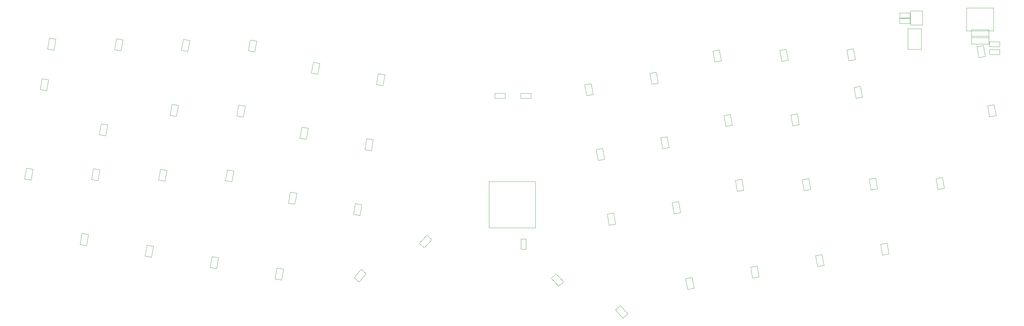
<source format=gbr>
G04 #@! TF.GenerationSoftware,KiCad,Pcbnew,(6.0.0-rc1-dev-1469-g932b9a334)*
G04 #@! TF.CreationDate,2019-10-20T15:35:18-07:00
G04 #@! TF.ProjectId,Laptreus-v2,4c617074-7265-4757-932d-76322e6b6963,rev?*
G04 #@! TF.SameCoordinates,Original*
G04 #@! TF.FileFunction,Other,User*
%FSLAX46Y46*%
G04 Gerber Fmt 4.6, Leading zero omitted, Abs format (unit mm)*
G04 Created by KiCad (PCBNEW (6.0.0-rc1-dev-1469-g932b9a334)) date Sunday, October 20, 2019 at 03:35:18 PM*
%MOMM*%
%LPD*%
G04 APERTURE LIST*
%ADD10C,0.050000*%
G04 APERTURE END LIST*
D10*
G04 #@! TO.C,J3*
X370524170Y-81945103D02*
X370524170Y-79645103D01*
X365524170Y-81945103D02*
X370524170Y-81945103D01*
X365524170Y-79645103D02*
X365524170Y-81945103D01*
X370524170Y-79645103D02*
X365524170Y-79645103D01*
G04 #@! TO.C,J4*
X370524170Y-80070103D02*
X370524170Y-77770103D01*
X365524170Y-80070103D02*
X370524170Y-80070103D01*
X365524170Y-77770103D02*
X365524170Y-80070103D01*
X370524170Y-77770103D02*
X365524170Y-77770103D01*
G04 #@! TO.C,IC1*
X239699646Y-121598532D02*
X226299646Y-121598532D01*
X239699646Y-134998532D02*
X226299646Y-134998532D01*
X239699646Y-121598532D02*
X239699646Y-134998532D01*
X226299646Y-121598532D02*
X226299646Y-134998532D01*
G04 #@! TO.C,F1*
X347174170Y-77520103D02*
X351074170Y-77520103D01*
X351074170Y-77520103D02*
X351074170Y-83420103D01*
X351074170Y-83420103D02*
X347174170Y-83420103D01*
X347174170Y-83420103D02*
X347174170Y-77520103D01*
G04 #@! TO.C,R13*
X230904170Y-97625103D02*
X227944170Y-97625103D01*
X230904170Y-96165103D02*
X230904170Y-97625103D01*
X227944170Y-96165103D02*
X230904170Y-96165103D01*
X227944170Y-97625103D02*
X227944170Y-96165103D01*
G04 #@! TO.C,R12*
X370694170Y-83490103D02*
X373654170Y-83490103D01*
X370694170Y-84950103D02*
X370694170Y-83490103D01*
X373654170Y-84950103D02*
X370694170Y-84950103D01*
X373654170Y-83490103D02*
X373654170Y-84950103D01*
G04 #@! TO.C,R11*
X373654170Y-82700103D02*
X370694170Y-82700103D01*
X373654170Y-81240103D02*
X373654170Y-82700103D01*
X370694170Y-81240103D02*
X373654170Y-81240103D01*
X370694170Y-82700103D02*
X370694170Y-81240103D01*
G04 #@! TO.C,R10*
X236979170Y-138240103D02*
X236979170Y-141200103D01*
X235519170Y-138240103D02*
X236979170Y-138240103D01*
X235519170Y-141200103D02*
X235519170Y-138240103D01*
X236979170Y-141200103D02*
X235519170Y-141200103D01*
G04 #@! TO.C,R9*
X344819170Y-74515103D02*
X347779170Y-74515103D01*
X344819170Y-75975103D02*
X344819170Y-74515103D01*
X347779170Y-75975103D02*
X344819170Y-75975103D01*
X347779170Y-74515103D02*
X347779170Y-75975103D01*
G04 #@! TO.C,R8*
X347779170Y-74375103D02*
X344819170Y-74375103D01*
X347779170Y-72915103D02*
X347779170Y-74375103D01*
X344819170Y-72915103D02*
X347779170Y-72915103D01*
X344819170Y-74375103D02*
X344819170Y-72915103D01*
G04 #@! TO.C,R1*
X238379660Y-97624781D02*
X235419660Y-97624781D01*
X238379660Y-96164781D02*
X238379660Y-97624781D01*
X235419660Y-96164781D02*
X238379660Y-96164781D01*
X235419660Y-97624781D02*
X235419660Y-96164781D01*
G04 #@! TO.C,D1*
X368965294Y-82341489D02*
X367094161Y-82671420D01*
X367094161Y-82671420D02*
X367649834Y-85822805D01*
X369520967Y-85492874D02*
X367649834Y-85822805D01*
X368965294Y-82341489D02*
X369520967Y-85492874D01*
G04 #@! TO.C,D48*
X110663065Y-136984054D02*
X108791932Y-136654123D01*
X108791932Y-136654123D02*
X108236257Y-139805508D01*
X110107390Y-140135439D02*
X108236257Y-139805508D01*
X110663065Y-136984054D02*
X110107390Y-140135439D01*
G04 #@! TO.C,D47*
X129413064Y-140309054D02*
X127541931Y-139979123D01*
X127541931Y-139979123D02*
X126986256Y-143130508D01*
X128857389Y-143460439D02*
X126986256Y-143130508D01*
X129413064Y-140309054D02*
X128857389Y-143460439D01*
G04 #@! TO.C,D46*
X148188065Y-143609054D02*
X146316932Y-143279123D01*
X146316932Y-143279123D02*
X145761257Y-146430508D01*
X147632390Y-146760439D02*
X145761257Y-146430508D01*
X148188065Y-143609054D02*
X147632390Y-146760439D01*
G04 #@! TO.C,D45*
X166938064Y-146909054D02*
X165066931Y-146579123D01*
X165066931Y-146579123D02*
X164511256Y-149730508D01*
X166382389Y-150060439D02*
X164511256Y-149730508D01*
X166938064Y-146909054D02*
X166382389Y-150060439D01*
G04 #@! TO.C,D44*
X190805372Y-148205080D02*
X189349889Y-146983784D01*
X189349889Y-146983784D02*
X187292968Y-149435126D01*
X188748451Y-150656422D02*
X187292968Y-149435126D01*
X190805372Y-148205080D02*
X188748451Y-150656422D01*
G04 #@! TO.C,D43*
X209731017Y-138431948D02*
X208330191Y-137148327D01*
X208330191Y-137148327D02*
X206168301Y-139507614D01*
X207569127Y-140791235D02*
X206168301Y-139507614D01*
X209731017Y-138431948D02*
X207569127Y-140791235D01*
G04 #@! TO.C,D42*
X245593639Y-148248649D02*
X244192813Y-149532269D01*
X244192813Y-149532269D02*
X246354701Y-151891557D01*
X247755527Y-150607937D02*
X246354701Y-151891557D01*
X245593639Y-148248649D02*
X247755527Y-150607937D01*
G04 #@! TO.C,D41*
X264248452Y-157433784D02*
X262792968Y-158655079D01*
X262792968Y-158655079D02*
X264849888Y-161106422D01*
X266305372Y-159885127D02*
X264849888Y-161106422D01*
X264248452Y-157433784D02*
X266305372Y-159885127D01*
G04 #@! TO.C,D40*
X284882391Y-149304123D02*
X283011258Y-149634054D01*
X283011258Y-149634054D02*
X283566931Y-152785439D01*
X285438064Y-152455508D02*
X283566931Y-152785439D01*
X284882391Y-149304123D02*
X285438064Y-152455508D01*
G04 #@! TO.C,D39*
X303632390Y-146004123D02*
X301761257Y-146334054D01*
X301761257Y-146334054D02*
X302316930Y-149485439D01*
X304188063Y-149155508D02*
X302316930Y-149485439D01*
X303632390Y-146004123D02*
X304188063Y-149155508D01*
G04 #@! TO.C,D38*
X322414283Y-142700393D02*
X320543150Y-143030324D01*
X320543150Y-143030324D02*
X321098823Y-146181709D01*
X322969956Y-145851778D02*
X321098823Y-146181709D01*
X322414283Y-142700393D02*
X322969956Y-145851778D01*
G04 #@! TO.C,D37*
X341157390Y-139404123D02*
X339286257Y-139734054D01*
X339286257Y-139734054D02*
X339841930Y-142885439D01*
X341713063Y-142555508D02*
X339841930Y-142885439D01*
X341157390Y-139404123D02*
X341713063Y-142555508D01*
G04 #@! TO.C,D36*
X94631511Y-118053492D02*
X92760378Y-117723561D01*
X92760378Y-117723561D02*
X92204703Y-120874946D01*
X94075836Y-121204877D02*
X92204703Y-120874946D01*
X94631511Y-118053492D02*
X94075836Y-121204877D01*
G04 #@! TO.C,D35*
X113963063Y-118234054D02*
X112091930Y-117904123D01*
X112091930Y-117904123D02*
X111536255Y-121055508D01*
X113407388Y-121385439D02*
X111536255Y-121055508D01*
X113963063Y-118234054D02*
X113407388Y-121385439D01*
G04 #@! TO.C,D34*
X133288064Y-118409054D02*
X131416931Y-118079123D01*
X131416931Y-118079123D02*
X130861256Y-121230508D01*
X132732389Y-121560439D02*
X130861256Y-121230508D01*
X133288064Y-118409054D02*
X132732389Y-121560439D01*
G04 #@! TO.C,D33*
X152588064Y-118584054D02*
X150716931Y-118254123D01*
X150716931Y-118254123D02*
X150161256Y-121405508D01*
X152032389Y-121735439D02*
X150161256Y-121405508D01*
X152588064Y-118584054D02*
X152032389Y-121735439D01*
G04 #@! TO.C,D32*
X170788063Y-125034055D02*
X168916930Y-124704124D01*
X168916930Y-124704124D02*
X168361255Y-127855509D01*
X170232388Y-128185440D02*
X168361255Y-127855509D01*
X170788063Y-125034055D02*
X170232388Y-128185440D01*
G04 #@! TO.C,D31*
X189563065Y-128334054D02*
X187691932Y-128004123D01*
X187691932Y-128004123D02*
X187136257Y-131155508D01*
X189007390Y-131485439D02*
X187136257Y-131155508D01*
X189563065Y-128334054D02*
X189007390Y-131485439D01*
G04 #@! TO.C,D30*
X262257390Y-130729124D02*
X260386257Y-131059055D01*
X260386257Y-131059055D02*
X260941930Y-134210440D01*
X262813063Y-133880509D02*
X260941930Y-134210440D01*
X262257390Y-130729124D02*
X262813063Y-133880509D01*
G04 #@! TO.C,D29*
X281007390Y-127429124D02*
X279136257Y-127759055D01*
X279136257Y-127759055D02*
X279691930Y-130910440D01*
X281563063Y-130580509D02*
X279691930Y-130910440D01*
X281007390Y-127429124D02*
X281563063Y-130580509D01*
G04 #@! TO.C,D28*
X299232390Y-120979123D02*
X297361257Y-121309054D01*
X297361257Y-121309054D02*
X297916930Y-124460439D01*
X299788063Y-124130508D02*
X297916930Y-124460439D01*
X299232390Y-120979123D02*
X299788063Y-124130508D01*
G04 #@! TO.C,D27*
X318532390Y-120804123D02*
X316661257Y-121134054D01*
X316661257Y-121134054D02*
X317216930Y-124285439D01*
X319088063Y-123955508D02*
X317216930Y-124285439D01*
X318532390Y-120804123D02*
X319088063Y-123955508D01*
G04 #@! TO.C,D26*
X337857390Y-120629124D02*
X335986257Y-120959055D01*
X335986257Y-120959055D02*
X336541930Y-124110440D01*
X338413063Y-123780509D02*
X336541930Y-124110440D01*
X337857390Y-120629124D02*
X338413063Y-123780509D01*
G04 #@! TO.C,D25*
X357157390Y-120454123D02*
X355286257Y-120784054D01*
X355286257Y-120784054D02*
X355841930Y-123935439D01*
X357713063Y-123605508D02*
X355841930Y-123935439D01*
X357157390Y-120454123D02*
X357713063Y-123605508D01*
G04 #@! TO.C,D24*
X99143097Y-92258452D02*
X97271964Y-91928521D01*
X97271964Y-91928521D02*
X96716289Y-95079906D01*
X98587422Y-95409837D02*
X96716289Y-95079906D01*
X99143097Y-92258452D02*
X98587422Y-95409837D01*
G04 #@! TO.C,D23*
X116188909Y-105291425D02*
X114317776Y-104961494D01*
X114317776Y-104961494D02*
X113762101Y-108112879D01*
X115633234Y-108442810D02*
X113762101Y-108112879D01*
X116188909Y-105291425D02*
X115633234Y-108442810D01*
G04 #@! TO.C,D22*
X136588064Y-99659054D02*
X134716931Y-99329123D01*
X134716931Y-99329123D02*
X134161256Y-102480508D01*
X136032389Y-102810439D02*
X134161256Y-102480508D01*
X136588064Y-99659054D02*
X136032389Y-102810439D01*
G04 #@! TO.C,D21*
X155888064Y-99834055D02*
X154016931Y-99504124D01*
X154016931Y-99504124D02*
X153461256Y-102655509D01*
X155332389Y-102985440D02*
X153461256Y-102655509D01*
X155888064Y-99834055D02*
X155332389Y-102985440D01*
G04 #@! TO.C,D20*
X174113064Y-106259054D02*
X172241931Y-105929123D01*
X172241931Y-105929123D02*
X171686256Y-109080508D01*
X173557389Y-109410439D02*
X171686256Y-109080508D01*
X174113064Y-106259054D02*
X173557389Y-109410439D01*
G04 #@! TO.C,D19*
X192863065Y-109559054D02*
X190991932Y-109229123D01*
X190991932Y-109229123D02*
X190436257Y-112380508D01*
X192307390Y-112710439D02*
X190436257Y-112380508D01*
X192863065Y-109559054D02*
X192307390Y-112710439D01*
G04 #@! TO.C,D18*
X259081900Y-112079445D02*
X257210767Y-112409376D01*
X257210767Y-112409376D02*
X257766440Y-115560761D01*
X259637573Y-115230830D02*
X257766440Y-115560761D01*
X259081900Y-112079445D02*
X259637573Y-115230830D01*
G04 #@! TO.C,D17*
X277707390Y-108679124D02*
X275836257Y-109009055D01*
X275836257Y-109009055D02*
X276391930Y-112160440D01*
X278263063Y-111830509D02*
X276391930Y-112160440D01*
X277707390Y-108679124D02*
X278263063Y-111830509D01*
G04 #@! TO.C,D16*
X295932390Y-102229124D02*
X294061257Y-102559055D01*
X294061257Y-102559055D02*
X294616930Y-105710440D01*
X296488063Y-105380509D02*
X294616930Y-105710440D01*
X295932390Y-102229124D02*
X296488063Y-105380509D01*
G04 #@! TO.C,D15*
X315232391Y-102050392D02*
X313361258Y-102380323D01*
X313361258Y-102380323D02*
X313916931Y-105531708D01*
X315788064Y-105201777D02*
X313916931Y-105531708D01*
X315232391Y-102050392D02*
X315788064Y-105201777D01*
G04 #@! TO.C,D14*
X333473789Y-94133674D02*
X331602656Y-94463605D01*
X331602656Y-94463605D02*
X332158329Y-97614990D01*
X334029462Y-97285059D02*
X332158329Y-97614990D01*
X333473789Y-94133674D02*
X334029462Y-97285059D01*
G04 #@! TO.C,D13*
X372075497Y-99457854D02*
X370204364Y-99787785D01*
X370204364Y-99787785D02*
X370760037Y-102939170D01*
X372631170Y-102609239D02*
X370760037Y-102939170D01*
X372075497Y-99457854D02*
X372631170Y-102609239D01*
G04 #@! TO.C,D12*
X101262574Y-80509376D02*
X99391441Y-80179445D01*
X99391441Y-80179445D02*
X98835766Y-83330830D01*
X100706899Y-83660761D02*
X98835766Y-83330830D01*
X101262574Y-80509376D02*
X100706899Y-83660761D01*
G04 #@! TO.C,D11*
X120588064Y-80709055D02*
X118716931Y-80379124D01*
X118716931Y-80379124D02*
X118161256Y-83530509D01*
X120032389Y-83860440D02*
X118161256Y-83530509D01*
X120588064Y-80709055D02*
X120032389Y-83860440D01*
G04 #@! TO.C,D10*
X139888064Y-80884054D02*
X138016931Y-80554123D01*
X138016931Y-80554123D02*
X137461256Y-83705508D01*
X139332389Y-84035439D02*
X137461256Y-83705508D01*
X139888064Y-80884054D02*
X139332389Y-84035439D01*
G04 #@! TO.C,D9*
X159213065Y-81059054D02*
X157341932Y-80729123D01*
X157341932Y-80729123D02*
X156786257Y-83880508D01*
X158657390Y-84210439D02*
X156786257Y-83880508D01*
X159213065Y-81059054D02*
X158657390Y-84210439D01*
G04 #@! TO.C,D8*
X177413065Y-87509054D02*
X175541932Y-87179123D01*
X175541932Y-87179123D02*
X174986257Y-90330508D01*
X176857390Y-90660439D02*
X174986257Y-90330508D01*
X177413065Y-87509054D02*
X176857390Y-90660439D01*
G04 #@! TO.C,D7*
X196188064Y-90809054D02*
X194316931Y-90479123D01*
X194316931Y-90479123D02*
X193761256Y-93630508D01*
X195632389Y-93960439D02*
X193761256Y-93630508D01*
X196188064Y-90809054D02*
X195632389Y-93960439D01*
G04 #@! TO.C,D6*
X255756900Y-93329445D02*
X253885767Y-93659376D01*
X253885767Y-93659376D02*
X254441440Y-96810761D01*
X256312573Y-96480830D02*
X254441440Y-96810761D01*
X255756900Y-93329445D02*
X256312573Y-96480830D01*
G04 #@! TO.C,D5*
X274556900Y-90029445D02*
X272685767Y-90359376D01*
X272685767Y-90359376D02*
X273241440Y-93510761D01*
X275112573Y-93180830D02*
X273241440Y-93510761D01*
X274556900Y-90029445D02*
X275112573Y-93180830D01*
G04 #@! TO.C,D4*
X292756900Y-83604445D02*
X290885767Y-83934376D01*
X290885767Y-83934376D02*
X291441440Y-87085761D01*
X293312573Y-86755830D02*
X291441440Y-87085761D01*
X292756900Y-83604445D02*
X293312573Y-86755830D01*
G04 #@! TO.C,D3*
X312081900Y-83429445D02*
X310210767Y-83759376D01*
X310210767Y-83759376D02*
X310766440Y-86910761D01*
X312637573Y-86580830D02*
X310766440Y-86910761D01*
X312081900Y-83429445D02*
X312637573Y-86580830D01*
G04 #@! TO.C,D2*
X331431900Y-83254445D02*
X329560767Y-83584376D01*
X329560767Y-83584376D02*
X330116440Y-86735761D01*
X331987573Y-86405830D02*
X330116440Y-86735761D01*
X331431900Y-83254445D02*
X331987573Y-86405830D01*
G04 #@! TO.C,U6*
X351449170Y-76445103D02*
X347949170Y-76445103D01*
X351449170Y-76445103D02*
X351449170Y-72345103D01*
X347949170Y-72345103D02*
X347949170Y-76445103D01*
X347949170Y-72345103D02*
X351449170Y-72345103D01*
G04 #@! TO.C,J2*
X364124170Y-78075103D02*
X371924170Y-78075103D01*
X364124170Y-71515103D02*
X364124170Y-78075103D01*
X371924170Y-71515103D02*
X364124170Y-71515103D01*
X371924170Y-78075103D02*
X371924170Y-71515103D01*
G04 #@! TD*
M02*

</source>
